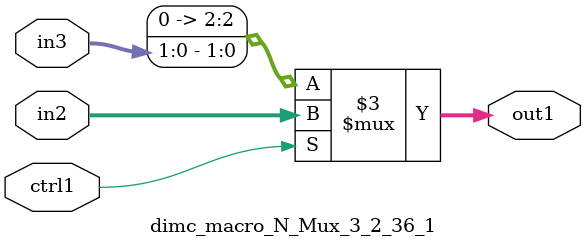
<source format=v>

`timescale 1ps / 1ps


module dimc_macro_N_Mux_3_2_36_1( in3, in2, ctrl1, out1 );

    input [1:0] in3;
    input [2:0] in2;
    input ctrl1;
    output [2:0] out1;
    reg [2:0] out1;

    
    // rtl_process:dimc_macro_N_Mux_3_2_36_1/dimc_macro_N_Mux_3_2_36_1_thread_1
    always @*
      begin : dimc_macro_N_Mux_3_2_36_1_thread_1
        case (ctrl1) 
          1'b1: 
            begin
              out1 = in2;
            end
          default: 
            begin
              out1 = {1'b0, in3};
            end
        endcase
      end

endmodule


</source>
